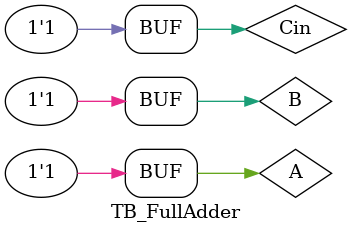
<source format=v>
`timescale 1ns / 1ps


module TB_FullAdder(

    );

    reg A, B, Cin;
    wire Sum, Cout;

    FullAdder FA1 (.A(A),.B(B),.Cin(Cin),.S(Sum),.Cout(Cout)); //fulladder 

    //FullAdder FA2 ();//fulladder
    
    initial

    begin
    A = 1'b0; B =1'b0; Cin = 1'b0; #100 ;
    A = 1'b0; B =1'b0; Cin = 1'b1; #100 ;
    A = 1'b0; B =1'b1; Cin = 1'b0; #100 ;
    A = 1'b0; B =1'b1; Cin = 1'b1; #100 ;
    A = 1'b1; B = 1'b0; Cin = 1'b0; #100;
    A = 1'b1; B = 1'b0; Cin = 1'b1; #100;
    A = 1'b1; B = 1'b1; Cin = 1'b0; #100;
    A = 1'b1; B = 1'b1; Cin = 1'b1; #100;
    end

endmodule
</source>
